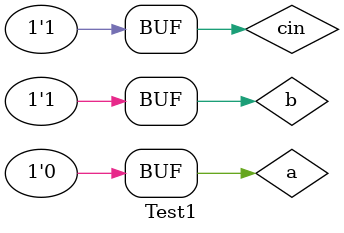
<source format=v>
`timescale 1ns / 1ps


module Test1;

	// Inputs
	reg a;
	reg b;
	reg cin;

	// Outputs
	wire sum;
	wire cout;

	// Instantiate the Unit Under Test (UUT)
	full_adder uut (
		.sum(sum), 
		.cout(cout), 
		.a(a), 
		.b(b), 
		.cin(cin)
	);

	initial begin
		// Initialize Inputs
		a = 0;
		b = 0;
		cin = 0;

		// Wait 100 ns for global reset to finish
		#100;
		a = 1;
		b = 0;
		cin = 0;

		// Wait 100 ns for global reset to finish
		#100;
		a = 0;
		b = 1;
		cin = 0;

		// Wait 100 ns for global reset to finish
		#100;
		a = 0;
		b = 0;
		cin = 1;

		// Wait 100 ns for global reset to finish
		#100;
		a = 1;
		b = 1;
		cin = 1;

		// Wait 100 ns for global reset to finish
		#100;
		a = 1;
		b = 1;
		cin = 0;

		// Wait 100 ns for global reset to finish
		#100;
		a = 1;
		b = 0;
		cin = 1;

		// Wait 100 ns for global reset to finish
		#100;
		a = 0;
		b = 1;
		cin = 1;

		// Wait 100 ns for global reset to finish
		#100;
		// Add stimulus here

	end
      
endmodule


</source>
